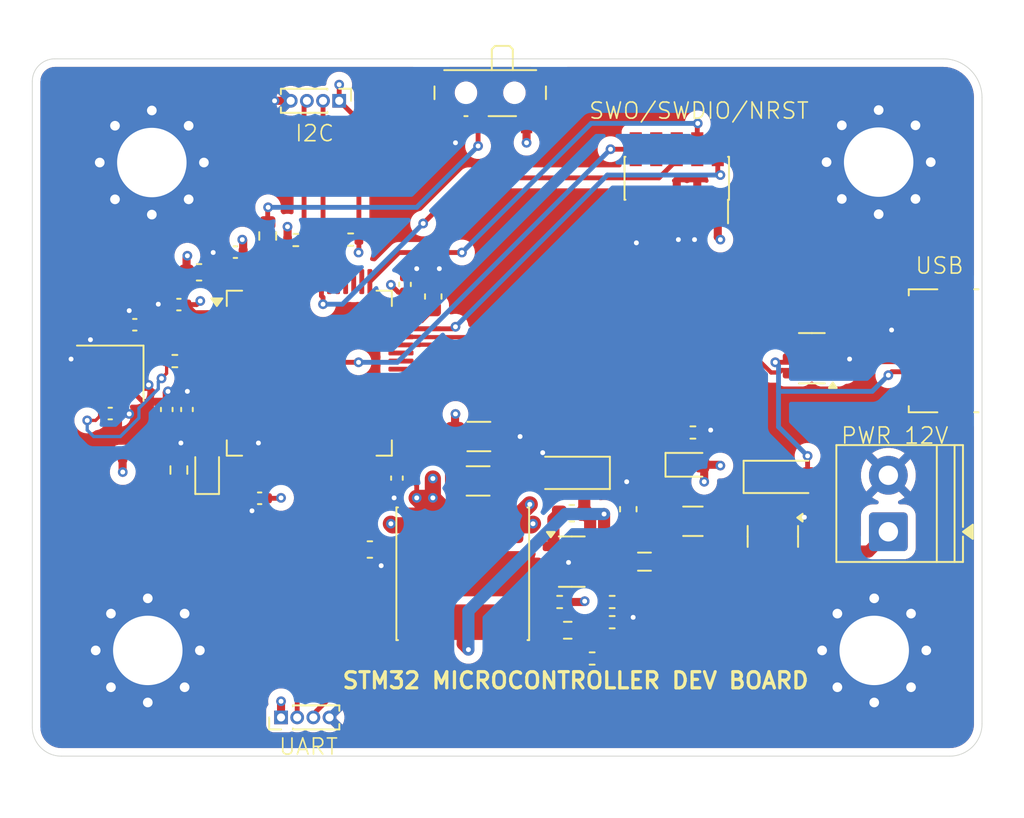
<source format=kicad_pcb>
(kicad_pcb (version 20241229) (generator "pcbnew") (generator_version "9.0")
  (layers (0 "F.Cu" signal) (4 "In1.Cu" signal) (6 "In2.Cu" signal) (2 "B.Cu" signal) (13 "F.Paste" user) (15 "B.Paste" user) (5 "F.SilkS" user "F.Silkscreen") (7 "B.SilkS" user "B.Silkscreen") (1 "F.Mask" user) (3 "B.Mask" user) (25 "Edge.Cuts" user))
  (net 0 "")
  (net 1 "GND")
  (net 2 "Net-(U1-VCAP_1)")
  (net 3 "Net-(U1-VCAP_2)")
  (net 4 "+3.3V")
  (net 5 "+3.3VA")
  (net 6 "HSE_IN")
  (net 7 "Net-(C12-Pad1)")
  (net 8 "BUCK_IN")
  (net 9 "BUCK_BST")
  (net 10 "BUCK_SW")
  (net 11 "LED_STATUS")
  (net 12 "Net-(D1-K)")
  (net 13 "Net-(D3-K)")
  (net 14 "+5V")
  (net 15 "Net-(D4-K)")
  (net 16 "Net-(F1-Pad2)")
  (net 17 "+12V")
  (net 18 "SWDIO")
  (net 21 "SWCLK")
  (net 22 "NRST")
  (net 23 "SWO")
  (net 24 "I2C1_SDA")
  (net 25 "I2C1_SCL")
  (net 26 "UART3_TX")
  (net 27 "UART3_RX")
  (net 31 "USB_CONN_D-")
  (net 34 "USB_CONN_D+")
  (net 37 "BOOT0")
  (net 38 "Net-(SW1-B)")
  (net 39 "HSE_OUT")
  (net 40 "BUCK_EN")
  (net 41 "BUCK_FB")
  (net 42 "Net-(R7-Pad2)")
  (net 53 "USB_D+")
  (net 55 "USB_D-")
  (footprint "Package_QFP:LQFP-64_10x10mm_P0.5mm" (layer "F.Cu") (at 138.75 105.075)
    (property "Reference" "U1")
    (property "Value" "STM32F405RGT6")
  )
  (footprint "Capacitor_SMD:C_0603_1608Metric" (layer "F.Cu") (at 142.5 116)
    (property "Reference" "C1")
    (property "Value" "2u2")
  )
  (footprint "Resistor_SMD:R_0402_1005Metric" (layer "F.Cu") (at 154.25 119.25 180)
    (property "Reference" "R6")
    (property "Value" "47k")
  )
  (footprint "Resistor_SMD:R_0402_1005Metric" (layer "F.Cu") (at 137.915 96.825)
    (property "Reference" "R9")
    (property "Value" "2k2")
  )
  (footprint "Connector_PinSocket_1.27mm:PinSocket_2x05_P1.27mm_Vertical_SMD" (layer "F.Cu") (at 161.5 93 -90)
    (property "Reference" "J2")
    (property "Value" "Conn_02x05_Odd_Even")
  )
  (footprint "Package_TO_SOT_SMD:SOT-23" (layer "F.Cu") (at 167.45 115.1875 -90)
    (property "Reference" "Q1")
    (property "Value" "AO3401A")
  )
  (footprint "TerminalBlock_Phoenix:TerminalBlock_Phoenix_PT-1,5-2-3.5-H_1x02_P3.50mm_Horizontal" (layer "F.Cu") (at 174.6 114.9 90)
    (property "Reference" "J1")
    (property "Value" "Screw_Terminal_01x02")
  )
  (footprint "Capacitor_SMD:C_0402_1005Metric" (layer "F.Cu") (at 135.675 112.825 180)
    (property "Reference" "C4")
    (property "Value" "100n")
  )
  (footprint "Fuse:Fuse_1206_3216Metric" (layer "F.Cu") (at 162.5 114.25 180)
    (property "Reference" "F1")
    (property "Value" "250mA")
  )
  (footprint "LED_SMD:LED_0603_1608Metric" (layer "F.Cu") (at 132.425 111.075 90)
    (property "Reference" "D1")
    (property "Value" "Blue")
  )
  (footprint "Resistor_SMD:R_0402_1005Metric" (layer "F.Cu") (at 162.5 108.75 180)
    (property "Reference" "R11")
    (property "Value" "1k")
  )
  (footprint "Capacitor_SMD:C_0603_1608Metric" (layer "F.Cu") (at 146.425 100.325 90)
    (property "Reference" "C2")
    (property "Value" "2u2")
  )
  (footprint "Crystal:Crystal_SMD_3225-4Pin_3.2x2.5mm" (layer "F.Cu") (at 126.425 105.075 180)
    (property "Reference" "Y1")
    (property "Value" "16MHz")
  )
  (footprint "Capacitor_SMD:C_1206_3216Metric" (layer "F.Cu") (at 149.2 111.75)
    (property "Reference" "C15")
    (property "Value" "10u")
  )
  (footprint "Capacitor_SMD:C_0603_1608Metric" (layer "F.Cu") (at 131.925 98.825)
    (property "Reference" "C3")
    (property "Value" "4u7")
  )
  (footprint "Resistor_SMD:R_0402_1005Metric" (layer "F.Cu") (at 157.5 120.5)
    (property "Reference" "R5")
    (property "Value" "68k")
  )
  (footprint "Inductor_SMD:L_0805_2012Metric" (layer "F.Cu") (at 159.5 116.75 180)
    (property "Reference" "FB1")
    (property "Value" "600 @ 600MHz")
  )
  (footprint "Connector_PinHeader_1.00mm:PinHeader_1x04_P1.00mm_Vertical" (layer "F.Cu") (at 140.6 88.2 -90)
    (property "Reference" "J3")
    (property "Value" "Conn_01x04_Pin")
  )
  (footprint "Button_Switch_SMD:SW_SPDT_PCM12" (layer "F.Cu") (at 149.95 88.03 180)
    (property "Reference" "SW1")
    (property "Value" "SW_SPDT")
  )
  (footprint "Connector_USB:USB_Micro-B_Molex_47346-0001" (layer "F.Cu") (at 177.575 103.6875 90)
    (property "Reference" "J5")
    (property "Value" "USB_B_Micro")
  )
  (footprint "Resistor_SMD:R_0402_1005Metric" (layer "F.Cu") (at 156.26 122.75)
    (property "Reference" "R8")
    (property "Value" "270")
  )
  (footprint "Resistor_SMD:R_0402_1005Metric" (layer "F.Cu") (at 141.31 96.8 180)
    (property "Reference" "R10")
    (property "Value" "2k2")
  )
  (footprint "Capacitor_SMD:C_0402_1005Metric" (layer "F.Cu") (at 126.425 107.575)
    (property "Reference" "C12")
    (property "Value" "12p")
  )
  (footprint "Resistor_SMD:R_0402_1005Metric" (layer "F.Cu") (at 157.5 119.25 180)
    (property "Reference" "R4")
    (property "Value" "100k")
  )
  (footprint "Capacitor_SMD:C_0402_1005Metric" (layer "F.Cu") (at 129.925 107.325 90)
    (property "Reference" "C9")
    (property "Value" "1u")
  )
  (footprint "Capacitor_SMD:C_0603_1608Metric" (layer "F.Cu") (at 155 113.75)
    (property "Reference" "C14")
    (property "Value" "10n")
  )
  (footprint "Capacitor_SMD:C_0402_1005Metric" (layer "F.Cu") (at 144.175 111.575 -90)
    (property "Reference" "C5")
    (property "Value" "100n")
  )
  (footprint "Capacitor_SMD:C_0402_1005Metric" (layer "F.Cu") (at 131.175 107.325 90)
    (property "Reference" "C10")
    (property "Value" "10n")
  )
  (footprint "MountingHole:MountingHole_4.3mm_M4_Pad_Via" (layer "F.Cu") (at 128.75 122.25)
    (property "Reference" "H3")
    (property "Value" "MountingHole_Pad")
  )
  (footprint "Package_TO_SOT_SMD:SOT-23-6" (layer "F.Cu") (at 169.8625 104.15 180)
    (property "Reference" "U3")
    (property "Value" "USBLC6-2SC6")
  )
  (footprint "Capacitor_SMD:C_0603_1608Metric" (layer "F.Cu") (at 158.5 113.5 90)
    (property "Reference" "C13")
    (property "Value" "10n")
  )
  (footprint "Capacitor_SMD:C_1206_3216Metric" (layer "F.Cu") (at 149.25 109)
    (property "Reference" "C16")
    (property "Value" "10u")
  )
  (footprint "Capacitor_SMD:C_0402_1005Metric" (layer "F.Cu") (at 130.675 100.825 180)
    (property "Reference" "C8")
    (property "Value" "100n")
  )
  (footprint "Inductor_SMD:L_0402_1005Metric" (layer "F.Cu") (at 127.675 110.325)
    (property "Reference" "L1")
    (property "Value" "39nH")
  )
  (footprint "Resistor_SMD:R_0402_1005Metric" (layer "F.Cu") (at 130.425 104.325 180)
    (property "Reference" "R2")
    (property "Value" "47")
  )
  (footprint "Resistor_SMD:R_0603_1608Metric" (layer "F.Cu") (at 154.75 121)
    (property "Reference" "R7")
    (property "Value" "15k")
  )
  (footprint "Diode_SMD:D_SOD-123" (layer "F.Cu") (at 168 111.5)
    (property "Reference" "D3")
    (property "Value" "B5819W")
  )
  (footprint "Diode_SMD:D_SOD-123" (layer "F.Cu") (at 155 111.25 180)
    (property "Reference" "D2")
    (property "Value" "B5819W")
  )
  (footprint "MountingHole:MountingHole_4.3mm_M4_Pad_Via" (layer "F.Cu") (at 173.725 122.25)
    (property "Reference" "H2")
    (property "Value" "MountingHole_Pad")
  )
  (footprint "Capacitor_SMD:C_0402_1005Metric" (layer "F.Cu") (at 127.945 102.075 180)
    (property "Reference" "C11")
    (property "Value" "12p")
  )
  (footprint "Capacitor_SMD:C_0402_1005Metric" (layer "F.Cu") (at 144.675 99.575 90)
    (property "Reference" "C6")
    (property "Value" "100n")
  )
  (footprint "Resistor_SMD:R_0603_1608Metric" (layer "F.Cu") (at 136.175 96.575 90)
    (property "Reference" "R1")
    (property "Value" "10k")
  )
  (footprint "Connector_PinHeader_1.00mm:PinHeader_1x04_P1.00mm_Vertical" (layer "F.Cu") (at 137 126.4 90)
    (property "Reference" "J4")
    (property "Value" "Conn_01x04_Pin")
  )
  (footprint "Package_TO_SOT_SMD:SOT-23-6" (layer "F.Cu") (at 155 116.75)
    (property "Reference" "U2")
    (property "Value" "MP2359DJ-LF-Z")
  )
  (footprint "MountingHole:MountingHole_4.3mm_M4_Pad_Via" (layer "F.Cu") (at 129 92.025)
    (property "Reference" "H4")
    (property "Value" "MountingHole_Pad")
  )
  (footprint "Capacitor_SMD:C_0402_1005Metric" (layer "F.Cu") (at 134.175 97.575 180)
    (property "Reference" "C7")
    (property "Value" "100n")
  )
  (footprint "MountingHole:MountingHole_4.3mm_M4_Pad_Via" (layer "F.Cu") (at 174 92)
    (property "Reference" "H1")
    (property "Value" "MountingHole_Pad")
  )
  (footprint "Inductor_SMD:L_Sunlord_SWPA8040S" (layer "F.Cu") (at 148.25 117.5 90)
    (property "Reference" "L2")
    (property "Value" "10u")
  )
  (footprint "LED_SMD:LED_0603_1608Metric" (layer "F.Cu") (at 162.2875 110.75)
    (property "Reference" "D4")
    (property "Value" "RED")
  )
  (footprint "Resistor_SMD:R_0603_1608Metric" (layer "F.Cu") (at 130.675 111.075 -90)
    (property "Reference" "R3")
    (property "Value" "1k5")
  )
  (gr_arc (start 121.6 87) (mid 122.010051 86.010051) (end 123 85.6) (stroke (width 0.05)) (layer "Edge.Cuts"))
  (gr_arc (start 180.4 126.8) (mid 179.814214 128.214214) (end 178.4 128.8) (stroke (width 0.05)) (layer "Edge.Cuts"))
  (gr_line (start 123.4 128.8) (end 178.4 128.8) (stroke (width 0.05)) (layer "Edge.Cuts"))
  (gr_line (start 180.4 126.8) (end 180.4 88) (stroke (width 0.05)) (layer "Edge.Cuts"))
  (gr_arc (start 178 85.6) (mid 179.697056 86.302944) (end 180.4 88) (stroke (width 0.05)) (layer "Edge.Cuts"))
  (gr_arc (start 123.4 128.8) (mid 122.127208 128.272792) (end 121.6 127) (stroke (width 0.05)) (layer "Edge.Cuts"))
  (gr_line (start 178 85.6) (end 123 85.6) (stroke (width 0.05)) (layer "Edge.Cuts"))
  (gr_line (start 121.6 87) (end 121.6 127) (stroke (width 0.05)) (layer "Edge.Cuts"))
  (gr_text "STM32 MICROCONTROLLER DEV BOARD\n" (at 140.7 124.7 0) (layer "F.SilkS") (effects (font (size 1 1) (thickness 0.2) (bold yes)) (justify left bottom)))
  (gr_text "UART" (at 136.8 128.8 0) (layer "F.SilkS") (effects (font (size 1 1) (thickness 0.1)) (justify left bottom)))
  (gr_text "PWR 12V\n" (at 171.6 109.53 0) (layer "F.SilkS") (effects (font (size 1 1) (thickness 0.1)) (justify left bottom)))
  (gr_text "I2C" (at 137.8 90.8 0) (layer "F.SilkS") (effects (font (size 1 1) (thickness 0.1)) (justify left bottom)))
  (gr_text "USB" (at 176.2 99 0) (layer "F.SilkS") (effects (font (size 1 1) (thickness 0.1)) (justify left bottom)))
  (gr_text "SWO/SWDIO/NRST\n" (at 156 89.4 0) (layer "F.SilkS") (effects (font (size 1 1) (thickness 0.1)) (justify left bottom)))
  (segment (start 133.075 106.825) (end 128.425 106.825) (width 0.3) (layer "F.Cu") (net 1))
  (segment (start 131.175 106.225) (end 131.2 106.2) (width 0.5) (layer "F.Cu") (net 1))
  (segment (start 151.175 111.25) (end 150.675 111.75) (width 0.75) (layer "F.Cu") (net 1))
  (segment (start 158.31 120.2) (end 158.01 120.5) (width 0.3) (layer "F.Cu") (net 1))
  (segment (start 147.8 89.56) (end 147.7 89.46) (width 0.5) (layer "F.Cu") (net 1))
  (segment (start 143.275 116.925) (end 143.2 117) (width 0.5) (layer "F.Cu") (net 1))
  (segment (start 150.675 109.05) (end 150.725 109) (width 0.5) (layer "F.Cu") (net 1))
  (segment (start 158.96 96.96) (end 159 97) (width 0.5) (layer "F.Cu") (net 1))
  (segment (start 127.465 101.335) (end 127.6 101.2) (width 0.3) (layer "F.Cu") (net 1))
  (segment (start 156.77 122.75) (end 158.01 121.51) (width 0.75) (layer "F.Cu") (net 1))
  (segment (start 153.35 111.25) (end 151.175 111.25) (width 0.75) (layer "F.Cu") (net 1))
  (segment (start 127.575 107.575) (end 127.6 107.6) (width 0.5) (layer "F.Cu") (net 1))
  (segment (start 143.275 116) (end 143.275 116.925) (width 0.5) (layer "F.Cu") (net 1))
  (segment (start 135.5 109.5) (end 135.6 109.4) (width 0.3) (layer "F.Cu") (net 1))
  (segment (start 158.5 111.9) (end 158.4 111.8) (width 0.5) (layer "F.Cu") (net 1))
  (segment (start 163.6 108.6) (end 163.16 108.6) (width 0.5) (layer "F.Cu") (net 1))
  (segment (start 126.905 107.575) (end 127.575 107.575) (width 0.5) (layer "F.Cu") (net 1))
  (segment (start 146.425 99.55) (end 146.425 98.975) (width 0.5) (layer "F.Cu") (net 1))
  (segment (start 129.925 106.275) (end 130 106.2) (width 0.5) (layer "F.Cu") (net 1))
  (segment (start 127.65 105.8) (end 127.525 105.925) (width 0.5) (layer "F.Cu") (net 1))
  (segment (start 133.695 97.575) (end 133.695 97.83) (width 0.3) (layer "F.Cu") (net 1))
  (segment (start 128.425 106.825) (end 127.525 105.925) (width 0.3) (layer "F.Cu") (net 1))
  (segment (start 150.725 109) (end 151.8 109) (width 0.5) (layer "F.Cu") (net 1))
  (segment (start 158.5 112.725) (end 158.5 111.9) (width 0.5) (layer "F.Cu") (net 1))
  (segment (start 153.35 110.15) (end 153.2 110) (width 0.75) (layer "F.Cu") (net 1))
  (segment (start 158.8 120.2) (end 158.31 120.2) (width 0.3) (layer "F.Cu") (net 1))
  (segment (start 144.905 99.095) (end 145.4 98.6) (width 0.5) (layer "F.Cu") (net 1))
  (segment (start 158.96 94.8) (end 158.96 96.96) (width 0.5) (layer "F.Cu") (net 1))
  (segment (start 124.025 104.225) (end 124 104.2) (width 0.3) (layer "F.Cu") (net 1))
  (segment (start 169.15 114.25) (end 169.4 114) (width 0.5) (layer "F.Cu") (net 1))
  (segment (start 147.8 90.8) (end 147.8 89.56) (width 0.5) (layer "F.Cu") (net 1))
  (segment (start 127.465 102.085) (end 125.325 104.225) (width 0.3) (layer "F.Cu") (net 1))
  (segment (start 158.01 121.51) (end 158.01 120.5) (width 0.75) (layer "F.Cu") (net 1))
  (segment (start 127.465 102.075) (end 127.465 101.335) (width 0.3) (layer "F.Cu") (net 1))
  (segment (start 127.465 102.075) (end 127.465 102.085) (width 0.3) (layer "F.Cu") (net 1))
  (segment (start 129.925 106.845) (end 129.925 106.275) (width 0.5) (layer "F.Cu") (net 1))
  (segment (start 144.175 112.625) (end 144 112.8) (width 0.5) (layer "F.Cu") (net 1))
  (segment (start 163.16 108.6) (end 163.01 108.75) (width 0.5) (layer "F.Cu") (net 1))
  (segment (start 135.195 113.595) (end 135.2 113.6) (width 0.3) (layer "F.Cu") (net 1))
  (segment (start 135.195 111.934534) (end 135.5 111.629534) (width 0.3) (layer "F.Cu") (net 1))
  (segment (start 172.15 104.15) (end 172.2 104.2) (width 0.3) (layer "F.Cu") (net 1))
  (segment (start 161.6 96.8) (end 161.6 94.9) (width 0.5) (layer "F.Cu") (net 1))
  (segment (start 132.8 97.6) (end 133.67 97.6) (width 0.5) (layer "F.Cu") (net 1))
  (segment (start 128.8 105.8) (end 127.65 105.8) (width 0.5) (layer "F.Cu") (net 1))
  (segment (start 144.675 99.095) (end 144.905 99.095) (width 0.5) (layer "F.Cu") (net 1))
  (segment (start 168.4 114.25) (end 169.15 114.25) (width 0.5) (layer "F.Cu") (net 1))
  (segment (start 129.425 100.825) (end 129.4 100.8) (width 0.5) (layer "F.Cu") (net 1))
  (segment (start 162.6 94.97) (end 162.77 94.8) (width 0.5) (layer "F.Cu") (net 1))
  (segment (start 137.6 88.2) (end 136.6 88.2) (width 0.5) (layer "F.Cu") (net 1))
  (segment (start 174.8125 102.3875) (end 174.8 102.4) (width 0.3) (layer "F.Cu") (net 1))
  (segment (start 130.675 109.525) (end 130.8 109.4) (width 0.5) (layer "F.Cu") (net 1))
  (segment (start 153.35 111.25) (end 153.35 110.15) (width 0.75) (layer "F.Cu") (net 1))
  (segment (start 132.8 98.725) (end 132.7 98.825) (width 0.5) (layer "F.Cu") (net 1))
  (segment (start 131.175 106.845) (end 131.175 106.225) (width 0.5) (layer "F.Cu") (net 1))
  (segment (start 135.5 111.629534) (end 135.5 110.75) (width 0.3) (layer "F.Cu") (net 1))
  (segment (start 150.725 111.7) (end 150.675 111.75) (width 0.5) (layer "F.Cu") (net 1))
  (segment (start 144.175 112.055) (end 144.175 112.625) (width 0.5) (layer "F.Cu") (net 1))
  (segment (start 162.6 96.8) (end 162.6 94.97) (width 0.5) (layer "F.Cu") (net 1))
  (segment (start 171 104.15) (end 172.15 104.15) (width 0.3) (layer "F.Cu") (net 1))
  (segment (start 135.195 112.825) (end 135.195 113.595) (width 0.3) (layer "F.Cu") (net 1))
  (segment (start 133.67 97.6) (end 133.695 97.575) (width 0.5) (layer "F.Cu") (net 1))
  (segment (start 125.325 103.125) (end 125.2 103) (width 0.3) (layer "F.Cu") (net 1))
  (segment (start 125.325 104.225) (end 125.325 103.125) (width 0.3) (layer "F.Cu") (net 1))
  (segment (start 161.6 94.9) (end 161.5 94.8) (width 0.5) (layer "F.Cu") (net 1))
  (segment (start 132.8 97.6) (end 132.8 98.725) (width 0.5) (layer "F.Cu") (net 1))
  (segment (start 135.195 112.825) (end 135.195 111.934534) (width 0.3) (layer "F.Cu") (net 1))
  (segment (start 146.425 98.975) (end 146.8 98.6) (width 0.5) (layer "F.Cu") (net 1))
  (segment (start 150.675 111.75) (end 150.675 109.05) (width 0.5) (layer "F.Cu") (net 1))
  (segment (start 130.675 110.25) (end 130.675 109.525) (width 0.5) (layer "F.Cu") (net 1))
  (segment (start 176.115 102.3875) (end 174.8125 102.3875) (width 0.3) (layer "F.Cu") (net 1))
  (segment (start 133.695 97.83) (end 132.7 98.825) (width 0.3) (layer "F.Cu") (net 1))
  (segment (start 135.5 110.75) (end 135.5 109.5) (width 0.3) (layer "F.Cu") (net 1))
  (segment (start 130.195 100.825) (end 129.425 100.825) (width 0.5) (layer "F.Cu") (net 1))
  (segment (start 125.325 104.225) (end 124.025 104.225) (width 0.3) (layer "F.Cu") (net 1))
  (via (at 159 97) (size 0.6) (drill 0.3) (layers "F.Cu" "B.Cu") (net 1))
  (via (at 132.8 97.6) (size 0.6) (drill 0.3) (layers "F.Cu" "B.Cu") (net 1))
  (via (at 130 106.2) (size 0.6) (drill 0.3) (layers "F.Cu" "B.Cu") (net 1))
  (via (at 172.2 104.2) (size 0.6) (drill 0.3) (layers "F.Cu" "B.Cu") (net 1))
  (via (at 161.6 96.8) (size 0.6) (drill 0.3) (layers "F.Cu" "B.Cu") (net 1))
  (via (at 128.8 105.8) (size 0.6) (drill 0.3) (layers "F.Cu" "B.Cu") (net 1))
  (via (at 135.6 109.4) (size 0.6) (drill 0.3) (layers "F.Cu" "B.Cu") (net 1))
  (via (at 158.4 111.8) (size 0.6) (drill 0.3) (layers "F.Cu" "B.Cu") (net 1))
  (via (at 144 112.8) (size 0.6) (drill 0.3) (layers "F.Cu" "B.Cu") (net 1))
  (via (at 146.8 98.6) (size 0.6) (drill 0.3) (layers "F.Cu" "B.Cu") (net 1))
  (via (at 162.6 96.8) (size 0.6) (drill 0.3) (layers "F.Cu" "B.Cu") (net 1))
  (via (at 127.6 107.6) (size 0.6) (drill 0.3) (layers "F.Cu" "B.Cu") (net 1))
  (via (at 151.8 109) (size 0.6) (drill 0.3) (layers "F.Cu" "B.Cu") (net 1))
  (via (at 145.4 98.6) (size 0.6) (drill 0.3) (layers "F.Cu" "B.Cu") (net 1))
  (via (at 136.6 88.2) (size 0.6) (drill 0.3) (layers "F.Cu" "B.Cu") (net 1))
  (via (at 158.8 120.2) (size 0.6) (drill 0.3) (layers "F.Cu" "B.Cu") (net 1))
  (via (at 124 104.2) (size 0.6) (drill 0.3) (layers "F.Cu" "B.Cu") (net 1))
  (via (at 147.8 90.8) (size 0.6) (drill 0.3) (layers "F.Cu" "B.Cu") (net 1))
  (via (at 130.8 109.4) (size 0.6) (drill 0.3) (layers "F.Cu" "B.Cu") (net 1))
  (via (at 174.8 102.4) (size 0.6) (drill 0.3) (layers "F.Cu" "B.Cu") (net 1))
  (via (at 143.2 117) (size 0.6) (drill 0.3) (layers "F.Cu" "B.Cu") (net 1))
  (via (at 125.2 103) (size 0.6) (drill 0.3) (layers "F.Cu" "B.Cu") (net 1))
  (via (at 153.2 110) (size 0.6) (drill 0.3) (layers "F.Cu" "B.Cu") (net 1))
  (via (at 163.6 108.6) (size 0.6) (drill 0.3) (layers "F.Cu" "B.Cu") (net 1))
  (via (at 131.2 106.2) (size 0.6) (drill 0.3) (layers "F.Cu" "B.Cu") (net 1))
  (via (at 169.4 114) (size 0.6) (drill 0.3) (layers "F.Cu" "B.Cu") (net 1))
  (via (at 154.8 116.8) (size 0.6) (drill 0.3) (layers "F.Cu" "B.Cu") (net 1))
  (via (at 129.4 100.8) (size 0.6) (drill 0.3) (layers "F.Cu" "B.Cu") (net 1))
  (via (at 135.2 113.6) (size 0.6) (drill 0.3) (layers "F.Cu" "B.Cu") (net 1))
  (via (at 127.6 101.2) (size 0.6) (drill 0.3) (layers "F.Cu" "B.Cu") (net 1))
  (segment (start 141.725 116) (end 142 115.725) (width 0.3) (layer "F.Cu") (net 2))
  (segment (start 142 115.725) (end 142 110.75) (width 0.3) (layer "F.Cu") (net 2))
  (segment (start 144.425 101.825) (end 145.7 101.825) (width 0.3) (layer "F.Cu") (net 3))
  (segment (start 145.7 101.825) (end 146.425 101.1) (width 0.3) (layer "F.Cu") (net 3))
  (segment (start 146.4 112.8) (end 145.4 112.8) (width 1) (layer "F.Cu") (net 4))
  (segment (start 144.425 100.305) (end 144.675 100.055) (width 0.3) (layer "F.Cu") (net 4))
  (segment (start 134.655 97.575) (end 134.655 96.855) (width 0.5) (layer "F.Cu") (net 4))
  (segment (start 141.82 89.42) (end 140.6 88.2) (width 0.3) (layer "F.Cu") (net 4))
  (segment (start 148.25 114.5) (end 151.1 114.5) (width 1) (layer "F.Cu") (net 4))
  (segment (start 141.82 96.8) (end 141.82 97.58) (width 0.3) (layer "F.Cu") (net 4))
  (segment (start 131.15 97.85) (end 131.2 97.8) (width 0.5) (layer "F.Cu") (net 4))
  (segment (start 137.405 96.825) (end 137.405 96.005) (width 0.5) (layer "F.Cu") (net 4))
  (segment (start 141.82 97.58) (end 141.8 97.6) (width 0.3) (layer "F.Cu") (net 4))
  (segment (start 142.5 110.75) (end 143.83 110.75) (width 0.3) (layer "F.Cu") (net 4))
  (segment (start 145.4 112) (end 145.4 112.8) (width 0.3) (layer "F.Cu") (net 4))
  (segment (start 147.775 107.625) (end 147.8 107.6) (width 0.5) (layer "F.Cu") (net 4))
  (segment (start 152.2 89.46) (end 152.2 90.8) (width 0.5) (layer "F.Cu") (net 4))
  (segment (start 136.975 112.825) (end 137 112.8) (width 0.3) (layer "F.Cu") (net 4))
  (segment (start 141.82 96.8) (end 141.82 89.42) (width 0.3) (layer "F.Cu") (net 4))
  (segment (start 163.075 110.75) (end 164.15 110.75) (width 0.5) (layer "F.Cu") (net 4))
  (segment (start 143.83 110.75) (end 144.175 111.095) (width 0.3) (layer "F.Cu") (net 4))
  (segment (start 136.155 112.755) (end 136 112.6) (width 0.3) (layer "F.Cu") (net 4))
  (segment (start 148.25 112.275) (end 147.725 111.75) (width 1) (layer "F.Cu") (net 4))
  (segment (start 137 126.4) (end 137 125.4) (width 0.5) (layer "F.Cu") (net 4))
  (segment (start 127.19 111.19) (end 127.2 111.2) (width 0.5) (layer "F.Cu") (net 4))
  (segment (start 147.775 109) (end 147.775 107.625) (width 0.5) (layer "F.Cu") (net 4))
  (segment (start 147.1 114.5) (end 145.4 112.8) (width 1) (layer "F.Cu") (net 4))
  (segment (start 137.405 96.005) (end 137.4 96) (width 0.5) (layer "F.Cu") (net 4))
  (segment (start 140.6 88.2) (end 140.6 87.2) (width 0.3) (layer "F.Cu") (net 4))
  (segment (start 163.2 111.8) (end 163.2 110.875) (width 0.5) (layer "F.Cu") (net 4))
  (segment (start 152.5 114.5) (end 152.6 114.4) (width 1) (layer "F.Cu") (net 4))
  (segment (start 136.155 112.825) (end 136.155 112.755) (width 0.3) (layer "F.Cu") (net 4))
  (segment (start 144.255 100.055) (end 143.8 99.6) (width 0.3) (layer "F.Cu") (net 4))
  (segment (start 155.75 119.25) (end 155.8 119.2) (width 0.5) (layer "F.Cu") (net 4))
  (segment (start 143.9 114.5) (end 143.8 114.4) (width 1) (layer "F.Cu") (net 4))
  (segment (start 136.155 112.825) (end 136.975 112.825) (width 0.3) (layer "F.Cu") (net 4))
  (segment (start 164.04 94.8) (end 164.04 96.64) (width 0.5) (layer "F.Cu") (net 4))
  (segment (start 164.04 96.64) (end 164.2 96.8) (width 0.5) (layer "F.Cu") (net 4))
  (segment (start 164.15 110.75) (end 164.2 110.8) (width 0.5) (layer "F.Cu") (net 4))
  (segment (start 135 97.92) (end 135 99.4) (width 0.3) (layer "F.Cu") (net 4))
  (segment (start 163.2 110.875) (end 163.075 110.75) (width 0.5) (layer "F.Cu") (net 4))
  (segment (start 144.675 100.055) (end 144.255 100.055) (width 0.3) (layer "F.Cu") (net 4))
  (segment (start 131.775 100.825) (end 132 100.6) (width 0.3) (layer "F.Cu") (net 4))
  (segment (start 148.25 114.5) (end 152.5 114.5) (width 1) (layer "F.Cu") (net 4))
  (segment (start 144.425 101.325) (end 144.425 100.305) (width 0.3) (layer "F.Cu") (net 4))
  (segment (start 133.075 101.325) (end 131.655 101.325) (width 0.3) (layer "F.Cu") (net 4))
  (segment (start 148.25 114.5) (end 148.25 112.275) (width 1) (layer "F.Cu") (net 4))
  (segment (start 131.15 98.825) (end 131.15 97.85) (width 0.5) (layer "F.Cu") (net 4))
  (segment (start 131.655 101.325) (end 131.155 100.825) (width 0.3) (layer "F.Cu") (net 4))
  (segment (start 144.175 111.095) (end 144.495 111.095) (width 0.3) (layer "F.Cu") (net 4))
  (segment (start 134.6 97.52) (end 135 97.92) (width 0.3) (layer "F.Cu") (net 4))
  (segment (start 131.155 100.825) (end 131.775 100.825) (width 0.3) (layer "F.Cu") (net 4))
  (segment (start 136 112.6) (end 136 110.75) (width 0.3) (layer "F.Cu") (net 4))
  (segment (start 148.25 114.5) (end 148.1 114.5) (width 1) (layer "F.Cu") (net 4))
  (segment (start 146.4 112.8) (end 146.4 111.6) (width 1) (layer "F.Cu") (net 4))
  (segment (start 144.495 111.095) (end 145.4 112) (width 0.3) (layer "F.Cu") (net 4))
  (segment (start 147.775 111.7) (end 147.725 111.75) (width 1) (layer "F.Cu") (net 4))
  (segment (start 154.76 119.25) (end 155.75 119.25) (width 0.5) (layer "F.Cu") (net 4))
  (segment (start 127.19 110.325) (end 127.19 111.19) (width 0.5) (layer "F.Cu") (net 4))
  (segment (start 148.1 114.5) (end 146.4 112.8) (width 1) (layer "F.Cu") (net 4))
  (segment (start 148.25 114.5) (end 143.9 114.5) (width 1) (layer "F.Cu") (net 4))
  (segment (start 151.1 114.5) (end 152.4 113.2) (width 1) (layer "F.Cu") (net 4))
  (segment (start 134.655 96.855) (end 134.6 96.8) (width 0.5) (layer "F.Cu") (net 4))
  (segment (start 148.25 114.5) (end 147.1 114.5) (width 1) (layer "F.Cu") (net 4))
  (via (at 152.4 113.2) (size 0.6) (drill 0.3) (layers "F.Cu" "B.Cu") (net 4))
  (via (at 155.8 119.2) (size 0.6) (drill 0.3) (layers "F.Cu" "B.Cu") (net 4))
  (via (at 140.6 87.2) (size 0.6) (drill 0.3) (layers "F.Cu" "B.Cu") (net 4))
  (via (at 164.2 110.8) (size 0.6) (drill 0.3) (layers "F.Cu" "B.Cu") (net 4))
  (via (at 132 100.6) (size 0.6) (drill 0.3) (layers "F.Cu" "B.Cu") (net 4))
  (via (at 163.2 111.8) (size 0.6) (drill 0.3) (layers "F.Cu" "B.Cu") (net 4))
  (via (at 152.2 90.8) (size 0.6) (drill 0.3) (layers "F.Cu" "B.Cu") (net 4))
  (via (at 127.2 111.2) (size 0.6) (drill 0.3) (layers "F.Cu" "B.Cu") (net 4))
  (via (at 145.4 112.8) (size 0.6) (drill 0.3) (layers "F.Cu" "B.Cu") (net 4))
  (via (at 146.4 111.6) (size 0.6) (drill 0.3) (layers "F.Cu" "B.Cu") (net 4))
  (via (at 137 112.8) (size 0.6) (drill 0.3) (layers "F.Cu" "B.Cu") (net 4))
  (via (at 147.8 107.6) (size 0.6) (drill 0.3) (layers "F.Cu" "B.Cu") (net 4))
  (via (at 141.8 97.6) (size 0.6) (drill 0.3) (layers "F.Cu" "B.Cu") (net 4))
  (via (at 137.4 96) (size 0.6) (drill 0.3) (layers "F.Cu" "B.Cu") (net 4))
  (via (at 131.2 97.8) (size 0.6) (drill 0.3) (layers "F.Cu" "B.Cu") (net 4))
  (via (at 143.8 99.6) (size 0.6) (drill 0.3) (layers "F.Cu" "B.Cu") (net 4))
  (via (at 152.6 114.4) (size 0.6) (drill 0.3) (layers "F.Cu" "B.Cu") (net 4))
  (via (at 146.4 112.8) (size 0.6) (drill 0.3) (layers "F.Cu" "B.Cu") (net 4))
  (via (at 164.2 96.8) (size 0.6) (drill 0.3) (layers "F.Cu" "B.Cu") (net 4))
  (via (at 137 125.4) (size 0.6) (drill 0.3) (layers "F.Cu" "B.Cu") (net 4))
  (via (at 143.8 114.4) (size 0.6) (drill 0.3) (layers "F.Cu" "B.Cu") (net 4))
  (via (at 134.6 96.8) (size 0.6) (drill 0.3) (layers "F.Cu" "B.Cu") (net 4))
  (segment (start 129.925 108.075) (end 128.16 109.84) (width 0.3) (layer "F.Cu") (net 5))
  (segment (start 128.16 109.84) (end 128.16 110.325) (width 0.3) (layer "F.Cu") (net 5))
  (segment (start 131.595 107.805) (end 131.175 107.805) (width 0.3) (layer "F.Cu") (net 5))
  (segment (start 133.075 107.325) (end 132.075 107.325) (width 0.3) (layer "F.Cu") (net 5))
  (segment (start 129.925 107.805) (end 129.925 108.075) (width 0.3) (layer "F.Cu") (net 5))
  (segment (start 131.175 107.805) (end 129.925 107.805) (width 0.3) (layer "F.Cu") (net 5))
  (segment (start 132.075 107.325) (end 131.595 107.805) (width 0.3) (layer "F.Cu") (net 5))
  (segment (start 132.125 103.325) (end 130.875 102.075) (width 0.3) (layer "F.Cu") (net 6))
  (segment (start 133.075 103.325) (end 132.125 103.325) (width 0.3) (layer "F.Cu") (net 6))
  (segment (start 128.425 103.325) (end 127.525 104.225) (width 0.3) (layer "F.Cu") (net 6))
  (segment (start 130.875 102.075) (end 128.425 102.075) (width 0.3) (layer "F.Cu") (net 6))
  (segment (start 128.425 102.075) (end 128.425 103.325) (width 0.3) (layer "F.Cu") (net 6))
  (segment (start 129.915 104.325) (end 129.915 105.085) (width 0.2) (layer "F.Cu") (net 7))
  (segment (start 125.52 108) (end 125.945 107.575) (width 0.2) (layer "F.Cu") (net 7))
  (segment (start 125.325 105.925) (end 125.325 106.955) (width 0.3) (layer "F.Cu") (net 7))
  (segment (start 129.915 105.085) (end 129.6 105.4) (width 0.2) (layer "F.Cu") (net 7))
  (segment (start 125.325 106.955) (end 125.945 107.575) (width 0.3) (layer "F.Cu") (net 7))
  (segment (start 125 108) (end 125.52 108) (width 0.2) (layer "F.Cu") (net 7))
  (via (at 129.6 105.4) (size 0.6) (drill 0.3) (layers "F.Cu" "B.Cu") (net 7))
  (via (at 125 108) (size 0.6) (drill 0.3) (layers "F.Cu" "B.Cu") (net 7))
  (segment (start 125.4 109) (end 125 108.6) (width 0.2) (layer "B.Cu") (net 7))
  (segment (start 128.201 107.248943) (end 128.201 107.848943) (width 0.2) (layer "B.Cu") (net 7))
  (segment (start 129.401 105.599) (end 129.401 106.048943) (width 0.2) (layer "B.Cu") (net 7))
  (segment (start 129.6 105.4) (end 129.401 105.599) (width 0.2) (layer "B.Cu") (net 7))
  (segment (start 128.201 107.848943) (end 127.049943 109) (width 0.2) (layer "B.Cu") (net 7))
  (segment (start 129.401 106.048943) (end 128.201 107.248943) (width 0.2) (layer "B.Cu") (net 7))
  (segment (start 127.049943 109) (end 125.4 109) (width 0.2) (layer "B.Cu") (net 7))
  (segment (start 125 108.6) (end 125 108) (width 0.2) (layer "B.Cu") (net 7))
  (segment (start 158.4375 114.3375) (end 158.5 114.275) (width 0.75) (layer "F.Cu") (net 8))
  (segment (start 158.4375 116.75) (end 156.1375 116.75) (width 0.75) (layer "F.Cu") (net 8))
  (segment (start 158.01 117.1775) (end 158.4375 116.75) (width 0.75) (layer "F.Cu") (net 8))
  (segment (start 158.01 119.25) (end 158.01 117.1775) (width 0.75) (layer "F.Cu") (net 8))
  (segment (start 158.4375 116.75) (end 158.4375 114.3375) (width 0.75) (layer "F.Cu") (net 8))
  (segment (start 153.8625 114.1125) (end 154.225 113.75) (width 0.75) (layer "F.Cu") (net 9))
  (segment (start 153.8625 115.8) (end 153.8625 114.1125) (width 0.75) (layer "F.Cu") (net 9))
  (segment (start 148.25 120.5) (end 148.25 121.85) (width 0.75) (layer "F.Cu") (net 10))
  (segment (start 157 113.8) (end 157 114.9375) (width 0.75) (layer "F.Cu") (net 10))
  (segment (start 156.1375 114.1125) (end 155.775 113.75) (width 0.75) (layer "F.Cu") (net 10))
  (segment (start 157 114.9375) (end 156.1375 115.8) (width 0.75) (layer "F.Cu") (net 10))
  (segment (start 155.775 112.125) (end 156.65 111.25) (width 0.75) (layer "F.Cu") (net 10))
  (segment (start 156.1375 115.8) (end 156.1375 114.1125) (width 0.75) (layer "F.Cu") (net 10))
  (segment (start 148.25 121.85) (end 148.6 122.2) (width 0.75) (layer "F.Cu") (net 10))
  (segment (start 148.25 120.5) (end 148.25 119.95) (width 0.75) (layer "F.Cu") (net 10))
  (segment (start 155.775 113.75) (end 155.775 112.125) (width 0.75) (layer "F.Cu") (net 10))
  (via (at 148.6 122.2) (size 0.6) (drill 0.3) (layers "F.Cu" "B.Cu") (net 10))
  (via (at 157 113.8) (size 0.6) (drill 0.3) (layers "F.Cu" "B.Cu") (net 10))
  (segment (start 148.6 122.2) (end 148.6 119.8) (width 0.75) (layer "B.Cu") (net 10))
  (segment (start 154.6 113.8) (end 157 113.8) (width 0.75) (layer "B.Cu") (net 10))
  (segment (start 148.6 119.8) (end 154.6 113.8) (width 0.75) (layer "B.Cu") (net 10))
  (segment (start 133.075 108.825) (end 133.075 109.6375) (width 0.3) (layer "F.Cu") (net 11))
  (segment (start 133.075 109.6375) (end 132.425 110.2875) (width 0.3) (layer "F.Cu") (net 11))
  (segment (start 130.675 111.9) (end 132.3875 111.9) (width 0.3) (layer "F.Cu") (net 12))
  (segment (start 132.3875 111.9) (end 132.425 111.8625) (width 0.3) (layer "F.Cu") (net 12))
  (segment (start 166.35 111.5) (end 166.35 114.1) (width 0.75) (layer "F.Cu") (net 13))
  (segment (start 166.35 114.1) (end 166.5 114.25) (width 0.75) (layer "F.Cu") (net 13))
  (segment (start 166.5 114.25) (end 163.9 114.25) (width 0.75) (layer "F.Cu") (net 13))
  (segment (start 169.6 110.2) (end 169.6 111.45) (width 0.3) (layer "F.Cu") (net 14))
  (segment (start 176.115 104.9875) (end 174.8125 104.9875) (width 0.3) (layer "F.Cu") (net 14))
  (segment (start 174.8125 104.9875) (end 174.6 105.2) (width 0.3) (layer "F.Cu") (net 14))
  (segment (start 168.475 104.4) (end 168.725 104.15) (width 0.3) (layer "F.Cu") (net 14))
  (segment (start 169.6 111.45) (end 169.65 111.5) (width 0.3) (layer "F.Cu") (net 14))
  (segment (start 167.6 104.4) (end 168.475 104.4) (width 0.3) (layer "F.Cu") (net 14))
  (via (at 174.6 105.2) (size 0.6) (drill 0.3) (layers "F.Cu" "B.Cu") (net 14))
  (via (at 169.6 110.2) (size 0.6) (drill 0.3) (layers "F.Cu" "B.Cu") (net 14))
  (via (at 167.6 104.4) (size 0.6) (drill 0.3) (layers "F.Cu" "B.Cu") (net 14))
  (segment (start 167.8 106.2) (end 167.8 104.6) (width 0.3) (layer "B.Cu") (net 14))
  (segment (start 167.8 104.6) (end 167.6 104.4) (width 0.3) (layer "B.Cu") (net 14))
  (segment (start 174.6 105.2) (end 173.6 106.2) (width 0.3) (layer "B.Cu") (net 14))
  (segment (start 167.8 108.4) (end 169.6 110.2) (width 0.3) (layer "B.Cu") (net 14))
  (segment (start 173.6 106.2) (end 167.8 106.2) (width 0.3) (layer "B.Cu") (net 14))
  (segment (start 167.8 106.2) (end 167.8 108.4) (width 0.3) (layer "B.Cu") (net 14))
  (segment (start 161.5 110.75) (end 161.5 109.24) (width 0.75) (layer "F.Cu") (net 15))
  (segment (start 161.5 109.24) (end 161.99 108.75) (width 0.75) (layer "F.Cu") (net 15))
  (segment (start 160.5625 116.75) (end 160.5625 114.7875) (width 0.75) (layer "F.Cu") (net 16))
  (segment (start 160.5625 114.7875) (end 161.1 114.25) (width 0.75) (layer "F.Cu") (net 16))
  (segment (start 173.375 116.125) (end 174.6 114.9) (width 0.75) (layer "F.Cu") (net 17))
  (segment (start 167.45 116.125) (end 173.375 116.125) (width 0.75) (layer "F.Cu") (net 17))
  (segment (start 146.8 102.326) (end 145.305534 102.326) (width 0.3) (layer "F.Cu") (net 18))
  (segment (start 164.04 92.64) (end 164.2 92.8) (width 0.3) (layer "F.Cu") (net 18))
  (segment (start 147.8 102.2) (end 147.674 102.326) (width 0.3) (layer "F.Cu") (net 18))
  (segment (start 147.674 102.326) (end 146.8 102.326) (width 0.3) (layer "F.Cu") (net 18))
  (segment (start 146.799 102.325) (end 146.8 102.326) (width 0.3) (layer "F.Cu") (net 18))
  (segment (start 164.04 91.2) (end 164.04 92.64) (width 0.3) (layer "F.Cu") (net 18))
  (segment (start 144.425 102.325) (end 146.799 102.325) (width 0.3) (layer "F.Cu") (net 18))
  (via (at 164.2 92.8) (size 0.6) (drill 0.3) (layers "F.Cu" "B.Cu") (net 18))
  (via (at 147.8 102.2) (size 0.6) (drill 0.3) (layers "F.Cu" "B.Cu") (net 18))
  (segment (start 164.2 92.8) (end 157.2 92.8) (width 0.3) (layer "B.Cu") (net 18))
  (segment (start 157.2 92.8) (end 147.8 102.2) (width 0.3) (layer "B.Cu") (net 18))
  (segment (start 162.77 91.2) (end 162.77 89.63) (width 0.3) (layer "F.Cu") (net 21))
  (segment (start 148.2 97.6) (end 144.3 97.6) (width 0.3) (layer "F.Cu") (net 21))
  (segment (start 162.77 89.63) (end 162.8 89.6) (width 0.3) (layer "F.Cu") (net 21))
  (segment (start 144.3 97.6) (end 142.5 99.4) (width 0.3) (layer "F.Cu") (net 21))
  (via (at 148.2 97.6) (size 0.6) (drill 0.3) (layers "F.Cu" "B.Cu") (net 21))
  (via (at 162.8 89.6) (size 0.6) (drill 0.3) (layers "F.Cu" "B.Cu") (net 21))
  (segment (start 162.8 89.6) (end 156.2 89.6) (width 0.3) (layer "B.Cu") (net 21))
  (segment (start 156.2 89.6) (end 148.2 97.6) (width 0.3) (layer "B.Cu") (net 21))
  (segment (start 158.96 91.2) (end 157.4 91.2) (width 0.3) (layer "F.Cu") (net 22))
  (segment (start 141.8 104.4) (end 134.029534 104.4) (width 0.3) (layer "F.Cu") (net 22))
  (segment (start 134.029534 104.4) (end 133.954534 104.325) (width 0.3) (layer "F.Cu") (net 22))
  (segment (start 133.954534 104.325) (end 133.075 104.325) (width 0.3) (layer "F.Cu") (net 22))
  (via (at 157.4 91.2) (size 0.6) (drill 0.3) (layers "F.Cu" "B.Cu") (net 22))
  (via (at 141.8 104.4) (size 0.6) (drill 0.3) (layers "F.Cu" "B.Cu") (net 22))
  (segment (start 144.2 104.4) (end 141.8 104.4) (width 0.3) (layer "B.Cu") (net 22))
  (segment (start 157.4 91.2) (end 144.2 104.4) (width 0.3) (layer "B.Cu") (net 22))
  (segment (start 139.6 100.379534) (end 139.5 100.279534) (width 0.3) (layer "F.Cu") (net 23))
  (segment (start 148.625 92.975) (end 145.8 95.8) (width 0.3) (layer "F.Cu") (net 23))
  (segment (start 160.4 92.975) (end 148.625 92.975) (width 0.3) (layer "F.Cu") (net 23))
  (segment (start 139.5 99.4) (end 139.5 100.279534) (width 0.3) (layer "F.Cu") (net 23))
  (segment (start 139.6 100.8) (end 139.6 100.379534) (width 0.3) (layer "F.Cu") (net 23))
  (segment (start 161.5 91.875) (end 160.4 92.975) (width 0.3) (layer "F.Cu") (net 23))
  (segment (start 161.5 91.2) (end 161.5 91.875) (width 0.3) (layer "F.Cu") (net 23))
  (via (at 139.6 100.8) (size 0.6) (drill 0.3) (layers "F.Cu" "B.Cu") (net 23))
  (via (at 145.8 95.8) (size 0.6) (drill 0.3) (layers "F.Cu" "B.Cu") (net 23))
  (segment (start 140.8 100.8) (end 139.6 100.8) (width 0.3) (layer "B.Cu") (net 23))
  (segment (start 145.8 95.8) (end 140.8 100.8) (width 0.3) (layer "B.Cu") (net 23))
  (segment (start 139.6 100.8) (end 139.8 100.8) (width 0.3) (layer "B.Cu") (net 23))
  (segment (start 138.425 97.375) (end 138.425 96.825) (width 0.3) (layer "F.Cu") (net 24))
  (segment (start 137.5 98.3) (end 138.425 97.375) (width 0.3) (layer "F.Cu") (net 24))
  (segment (start 138.425 96.825) (end 138.425 88.375) (width 0.3) (layer "F.Cu") (net 24))
  (segment (start 137.5 99.4) (end 137.5 98.3) (width 0.3) (layer "F.Cu") (net 24))
  (segment (start 138.425 88.375) (end 138.6 88.2) (width 0.3) (layer "F.Cu") (net 24))
  (segment (start 140.8 97.2) (end 140 98) (width 0.3) (layer "F.Cu") (net 25))
  (segment (start 140.8 96.8) (end 140.8 97.2) (width 0.3) (layer "F.Cu") (net 25))
  (segment (start 138 98.520466) (end 138 99.4) (width 0.3) (layer "F.Cu") (net 25))
  (segment (start 140 98) (end 138.520466 98) (width 0.3) (layer "F.Cu") (net 25))
  (segment (start 139.6 95.6) (end 139.6 88.2) (width 0.3) (layer "F.Cu") (net 25))
  (segment (start 138.520466 98) (end 138 98.520466) (width 0.3) (layer "F.Cu") (net 25))
  (segment (start 140.8 96.8) (end 139.6 95.6) (width 0.3) (layer "F.Cu") (net 25))
  (segment (start 138 126.4) (end 138 114.629534) (width 0.3) (layer "F.Cu") (net 26))
  (segment (start 141 111.629534) (end 141 110.75) (width 0.3) (layer "F.Cu") (net 26))
  (segment (start 138 114.629534) (end 141 111.629534) (width 0.3) (layer "F.Cu") (net 26))
  (segment (start 141.5 113.5) (end 139.790152 115.209848) (width 0.3) (layer "F.Cu") (net 27))
  (segment (start 139.790152 115.209848) (end 139.790152 115.209849) (width 0.3) (layer "F.Cu") (net 27))
  (segment (start 139 126.2) (end 139.790152 125.409848) (width 0.3) (layer "F.Cu") (net 27))
  (segment (start 139 126.4) (end 139 126.2) (width 0.3) (layer "F.Cu") (net 27))
  (segment (start 141.5 110.75) (end 141.5 113.5) (width 0.3) (layer "F.Cu") (net 27))
  (segment (start 139.790152 125.409848) (end 139.790152 115.209848) (width 0.3) (layer "F.Cu") (net 27))
  (segment (start 171.993751 105.1) (end 172.262195 104.831556) (width 0.261112) (layer "F.Cu") (net 31))
  (segment (start 175.099238 104.3375) (end 176.115 104.3375) (width 0.261112) (layer "F.Cu") (net 31))
  (segment (start 175.039969 104.382156) (end 175.039989 104.382136) (width 0.261112) (layer "F.Cu") (net 31))
  (segment (start 172.262195 104.831556) (end 172.4616 104.831556) (width 0.261112) (layer "F.Cu") (net 31))
  (segment (start 171 105.1) (end 171.993751 105.1) (width 0.261112) (layer "F.Cu") (net 31))
  (segment (start 172.831556 104.4616) (end 172.831556 104.382156) (width 0.261112) (layer "F.Cu") (net 31))
  (segment (start 172.4616 104.831556) (end 172.831556 104.4616) (width 0.261112) (layer "F.Cu") (net 31))
  (segment (start 175.054602 104.382136) (end 175.099238 104.3375) (width 0.261112) (layer "F.Cu") (net 31))
  (segment (start 172.831556 104.382156) (end 175.039969 104.382156) (width 0.261112) (layer "F.Cu") (net 31))
  (segment (start 175.039989 104.382136) (end 175.054602 104.382136) (width 0.261112) (layer "F.Cu") (net 31))
  (segment (start 171 103.2) (end 171.993751 103.2) (width 0.261112) (layer "F.Cu") (net 34))
  (segment (start 175.093444 103.780944) (end 176.021556 103.780944) (width 0.261112) (layer "F.Cu") (net 34))
  (segment (start 175.093444 103.873188) (end 175.093444 103.780944) (width 0.261112) (layer "F.Cu") (net 34))
  (segment (start 172.4616 103.568444) (end 172.811 103.917844) (width 0.261112) (layer "F.Cu") (net 34))
  (segment (start 176.021556 103.780944) (end 176.115 103.6875) (width 0.261112) (layer "F.Cu") (net 34))
  (segment (start 172.362195 103.568444) (end 172.4616 103.568444) (width 0.261112) (layer "F.Cu") (net 34))
  (segment (start 174.906942 103.873188) (end 175.093444 103.873188) (width 0.261112) (layer "F.Cu") (net 34))
  (segment (start 172.811 103.917844) (end 174.862286 103.917844) (width 0.261112) (layer "F.Cu") (net 34))
  (segment (start 171.993751 103.2) (end 172.362195 103.568444) (width 0.261112) (layer "F.Cu") (net 34))
  (segment (start 174.862286 103.917844) (end 174.906942 103.873188) (width 0.261112) (layer "F.Cu") (net 34))
  (segment (start 137 98.225) (end 137 99.4) (width 0.3) (layer "F.Cu") (net 37))
  (segment (start 136.175 97.4) (end 137 98.225) (width 0.3) (layer "F.Cu") (net 37))
  (segment (start 136.175 94.825) (end 136.2 94.8) (width 0.3) (layer "F.Cu") (net 38))
  (segment (start 136.175 95.75) (end 136.175 94.825) (width 0.3) (layer "F.Cu") (net 38))
  (segment (start 149.2 91) (end 149.2 89.46) (width 0.3) (layer "F.Cu") (net 38))
  (via (at 149.2 91) (size 0.6) (drill 0.3) (layers "F.Cu" "B.Cu") (net 38))
  (via (at 136.2 94.8) (size 0.6) (drill 0.3) (layers "F.Cu" "B.Cu") (net 38))
  (segment (start 136.2 94.8) (end 145.4 94.8) (width 0.3) (layer "B.Cu") (net 38))
  (segment (start 145.4 94.8) (end 149.2 91) (width 0.3) (layer "B.Cu") (net 38))
  (segment (start 131.435 103.825) (end 130.935 104.325) (width 0.3) (layer "F.Cu") (net 39))
  (segment (start 133.075 103.825) (end 131.435 103.825) (width 0.3) (layer "F.Cu") (net 39))
  (segment (start 156.99 120.5) (end 156.99 119.25) (width 0.75) (layer "F.Cu") (net 40))
  (segment (start 156.99 119.25) (end 156.99 118.5525) (width 0.75) (layer "F.Cu") (net 40))
  (segment (start 156.99 118.5525) (end 156.1375 117.7) (width 0.75) (layer "F.Cu") (net 40))
  (segment (start 153.74 120.815) (end 153.74 119.25) (width 0.75) (layer "F.Cu") (net 41))
  (segment (start 153.74 119.25) (end 153.74 117.8225) (width 0.75) (layer "F.Cu") (net 41))
  (segment (start 153.925 121) (end 153.74 120.815) (width 0.75) (layer "F.Cu") (net 41))
  (segment (start 155.75 121.175) (end 155.575 121) (width 0.75) (layer "F.Cu") (net 42))
  (segment (start 155.75 122.75) (end 155.75 121.175) (width 0.75) (layer "F.Cu") (net 42))
  (segment (start 145.587501 102.825) (end 145.605345 102.842844) (width 0.261112) (layer "F.Cu") (net 53))
  (segment (start 167.124481 102.842844) (end 167.481637 103.2) (width 0.261112) (layer "F.Cu") (net 53))
  (segment (start 167.481637 103.2) (end 168.725 103.2) (width 0.261112) (layer "F.Cu") (net 53))
  (segment (start 145.605345 102.842844) (end 167.124481 102.842844) (width 0.261112) (layer "F.Cu") (net 53))
  (segment (start 144.425 102.825) (end 145.587501 102.825) (width 0.261112) (layer "F.Cu") (net 53))
  (segment (start 167.3384 105.031556) (end 167.8616 105.031556) (width 0.261112) (layer "F.Cu") (net 55))
  (segment (start 167.8616 105.031556) (end 168.0116 104.881556) (width 0.261112) (layer "F.Cu") (net 55))
  (segment (start 168.506556 104.881556) (end 168.725 105.1) (width 0.261112) (layer "F.Cu") (net 55))
  (segment (start 168.0116 104.881556) (end 168.506556 104.881556) (width 0.261112) (layer "F.Cu") (net 55))
  (segment (start 145.605345 103.307156) (end 165.614 103.307156) (width 0.261112) (layer "F.Cu") (net 55))
  (segment (start 144.425 103.325) (end 145.587501 103.325) (width 0.261112) (layer "F.Cu") (net 55))
  (segment (start 165.614 103.307156) (end 167.3384 105.031556) (width 0.261112) (layer "F.Cu") (net 55))
  (segment (start 145.587501 103.325) (end 145.605345 103.307156) (width 0.261112) (layer "F.Cu") (net 55))
  (zone (net 1) (net_name "GND") (layer "F.Cu") (priority 1) (connect_pads (clearance 0.5)) (min_thickness 0.25) (fill yes (thermal_gap 0.5) (thermal_bridge_width 0.5))
    (polygon (pts (xy 121.8 85.2) (xy 180.4 85.2) (xy 181.2 86) (xy 181.2 129.2) (xy 180.4 130) (xy 120.8 130) (xy 120.8 86.2)))
  )
  (zone (net 1) (net_name "GND") (layer "B.Cu") (priority 2) (connect_pads (clearance 0.5)) (min_thickness 0.25) (fill yes (thermal_gap 0.5) (thermal_bridge_width 0.5))
    (polygon (pts (xy 121.8 85.2) (xy 181.2 85.2) (xy 181.2 129.2) (xy 180.4 130) (xy 120.8 130) (xy 120.8 86.2)))
  )
)
</source>
